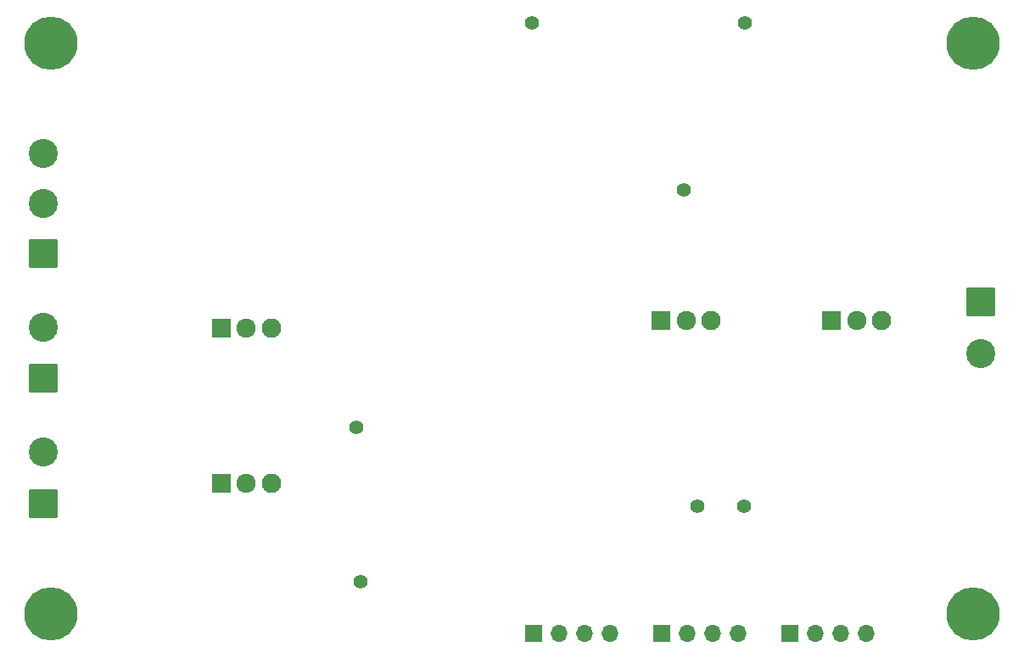
<source format=gbr>
%TF.GenerationSoftware,KiCad,Pcbnew,(6.0.2)*%
%TF.CreationDate,2022-04-13T00:32:55+08:00*%
%TF.ProjectId,wave_generator,77617665-5f67-4656-9e65-7261746f722e,rev?*%
%TF.SameCoordinates,Original*%
%TF.FileFunction,Soldermask,Bot*%
%TF.FilePolarity,Negative*%
%FSLAX46Y46*%
G04 Gerber Fmt 4.6, Leading zero omitted, Abs format (unit mm)*
G04 Created by KiCad (PCBNEW (6.0.2)) date 2022-04-13 00:32:55*
%MOMM*%
%LPD*%
G01*
G04 APERTURE LIST*
G04 Aperture macros list*
%AMRoundRect*
0 Rectangle with rounded corners*
0 $1 Rounding radius*
0 $2 $3 $4 $5 $6 $7 $8 $9 X,Y pos of 4 corners*
0 Add a 4 corners polygon primitive as box body*
4,1,4,$2,$3,$4,$5,$6,$7,$8,$9,$2,$3,0*
0 Add four circle primitives for the rounded corners*
1,1,$1+$1,$2,$3*
1,1,$1+$1,$4,$5*
1,1,$1+$1,$6,$7*
1,1,$1+$1,$8,$9*
0 Add four rect primitives between the rounded corners*
20,1,$1+$1,$2,$3,$4,$5,0*
20,1,$1+$1,$4,$5,$6,$7,0*
20,1,$1+$1,$6,$7,$8,$9,0*
20,1,$1+$1,$8,$9,$2,$3,0*%
G04 Aperture macros list end*
%ADD10C,5.304000*%
%ADD11RoundRect,0.200000X-0.762000X-0.762000X0.762000X-0.762000X0.762000X0.762000X-0.762000X0.762000X0*%
%ADD12C,1.924000*%
%ADD13C,1.940000*%
%ADD14RoundRect,0.200000X1.250000X-1.250000X1.250000X1.250000X-1.250000X1.250000X-1.250000X-1.250000X0*%
%ADD15C,2.900000*%
%ADD16C,1.400000*%
%ADD17R,1.700000X1.700000*%
%ADD18O,1.700000X1.700000*%
%ADD19RoundRect,0.200000X-1.250000X1.250000X-1.250000X-1.250000X1.250000X-1.250000X1.250000X1.250000X0*%
G04 APERTURE END LIST*
D10*
%TO.C,W1*%
X104000000Y-69000000D03*
%TD*%
%TO.C,W2*%
X196000000Y-69000000D03*
%TD*%
%TO.C,W3*%
X104000000Y-126000000D03*
%TD*%
%TO.C,W4*%
X196000000Y-126000000D03*
%TD*%
D11*
%TO.C,RV3*%
X164900000Y-96700000D03*
D12*
X167400000Y-96700000D03*
D13*
X169900000Y-96700000D03*
%TD*%
D11*
%TO.C,RV2*%
X121000000Y-113000000D03*
D12*
X123500000Y-113000000D03*
D13*
X126000000Y-113000000D03*
%TD*%
D14*
%TO.C,J2*%
X103200000Y-102500000D03*
D15*
X103200000Y-97365851D03*
%TD*%
D16*
%TO.C,TP5*%
X152000000Y-67000000D03*
%TD*%
D17*
%TO.C,J6*%
X152200000Y-128000000D03*
D18*
X154740000Y-128000000D03*
X157280000Y-128000000D03*
X159820000Y-128000000D03*
%TD*%
D16*
%TO.C,TP3*%
X168550000Y-115250000D03*
%TD*%
D14*
%TO.C,J3*%
X103200000Y-115000000D03*
D15*
X103200000Y-109865851D03*
%TD*%
D11*
%TO.C,RV4*%
X181900000Y-96700000D03*
D12*
X184400000Y-96700000D03*
D13*
X186900000Y-96700000D03*
%TD*%
D16*
%TO.C,TP1*%
X134500000Y-107400000D03*
%TD*%
%TO.C,TP2*%
X134900000Y-122800000D03*
%TD*%
%TO.C,TP4*%
X173200000Y-115250000D03*
%TD*%
D11*
%TO.C,RV1*%
X121000000Y-97500000D03*
D12*
X123500000Y-97500000D03*
D13*
X126000000Y-97500000D03*
%TD*%
D16*
%TO.C,TP7*%
X167150000Y-83700000D03*
%TD*%
D19*
%TO.C,J4*%
X196800000Y-94850000D03*
D15*
X196800000Y-99984149D03*
%TD*%
D17*
%TO.C,J5*%
X164950000Y-128000000D03*
D18*
X167490000Y-128000000D03*
X170030000Y-128000000D03*
X172570000Y-128000000D03*
%TD*%
D17*
%TO.C,J7*%
X177750000Y-128000000D03*
D18*
X180290000Y-128000000D03*
X182830000Y-128000000D03*
X185370000Y-128000000D03*
%TD*%
D16*
%TO.C,TP6*%
X173250000Y-67000000D03*
%TD*%
D14*
%TO.C,J1*%
X103200000Y-90000000D03*
D15*
X103200000Y-85000000D03*
X103200000Y-80000000D03*
%TD*%
M02*

</source>
